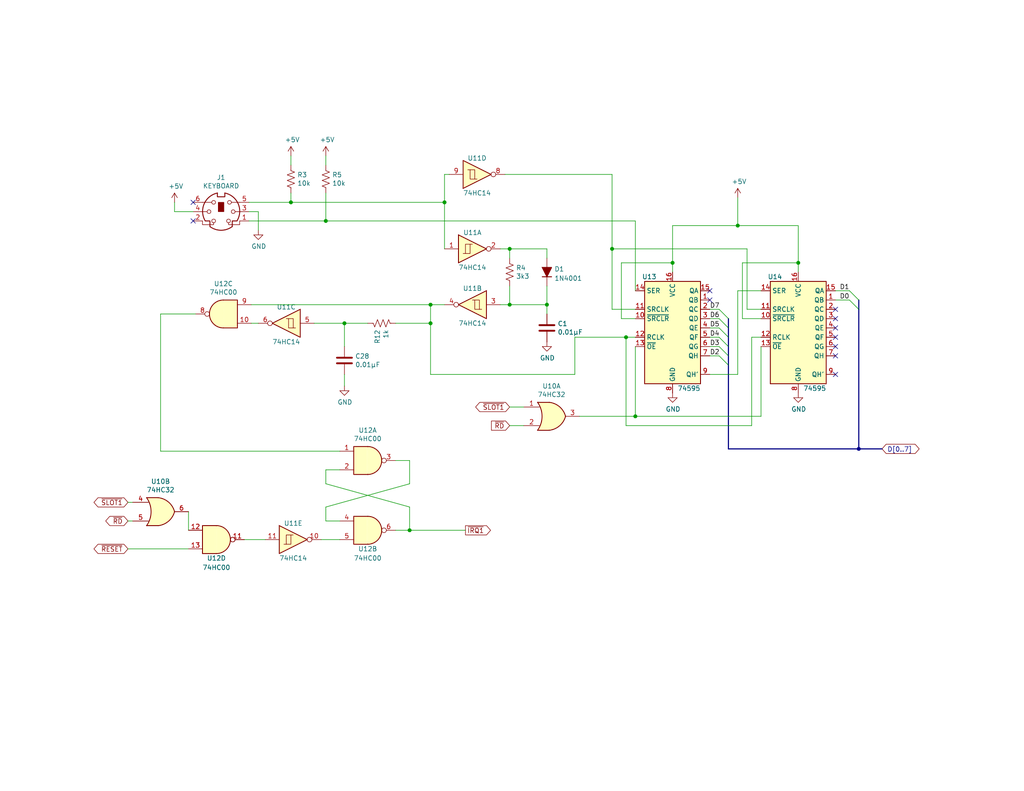
<source format=kicad_sch>
(kicad_sch (version 20230121) (generator eeschema)
  (paper "A")
  (title_block (date "2023-06-06") (rev "C"))
  (lib_symbols
    (symbol "74xx:74LS00" (pin_names (offset 1.016))
      (property "Reference" "U" (at 0 1.27 0))
      (property "Value" "74LS00" (at 0 -1.27 0))
      (symbol "74LS00_1_1"
        (arc (start 0 -3.81) (mid 3.7934 0) (end 0 3.81) (stroke (width 0.254)) (fill (type background)))
        (polyline (pts (xy 0 3.81) (xy -3.81 3.81) (xy -3.81 -3.81) (xy 0 -3.81)) (stroke (width 0.254)) (fill (type background)))
        (pin input line (at -7.62 2.54 0) (length 3.81) (name "~") (number "1"))
        (pin input line (at -7.62 -2.54 0) (length 3.81) (name "~") (number "2"))
        (pin output inverted (at 7.62 0 180) (length 3.81) (name "~") (number "3"))
      )
      (symbol "74LS00_1_2"
        (arc (start -3.81 -3.81) (mid -2.589 0) (end -3.81 3.81) (stroke (width 0.254)))
        (arc (start -0.6096 -3.81) (mid 2.1842 -2.5851) (end 3.81 0) (stroke (width 0.254)) (fill (type background)))
        (polyline (pts (xy -3.81 -3.81) (xy -0.635 -3.81)) (stroke (width 0.254)) (fill (type background)))
        (polyline (pts (xy -3.81 3.81) (xy -0.635 3.81)) (stroke (width 0.254)) (fill (type background)))
        (polyline (pts (xy -0.635 3.81) (xy -3.81 3.81) (xy -3.81 3.81) (xy -3.556 3.4036) (xy -3.0226 2.2606) (xy -2.6924 1.0414) (xy -2.6162 -0.254) (xy -2.7686 -1.4986) (xy -3.175 -2.7178) (xy -3.81 -3.81) (xy -3.81 -3.81) (xy -0.635 -3.81)) (stroke (width -25.4)) (fill (type background)))
        (arc (start 3.81 0) (mid 2.1915 2.5936) (end -0.6096 3.81) (stroke (width 0.254)) (fill (type background)))
        (pin input inverted (at -7.62 2.54 0) (length 4.318) (name "~") (number "1"))
        (pin input inverted (at -7.62 -2.54 0) (length 4.318) (name "~") (number "2"))
        (pin output line (at 7.62 0 180) (length 3.81) (name "~") (number "3"))
      )
      (symbol "74LS00_2_1"
        (arc (start 0 -3.81) (mid 3.7934 0) (end 0 3.81) (stroke (width 0.254)) (fill (type background)))
        (polyline (pts (xy 0 3.81) (xy -3.81 3.81) (xy -3.81 -3.81) (xy 0 -3.81)) (stroke (width 0.254)) (fill (type background)))
        (pin input line (at -7.62 2.54 0) (length 3.81) (name "~") (number "4"))
        (pin input line (at -7.62 -2.54 0) (length 3.81) (name "~") (number "5"))
        (pin output inverted (at 7.62 0 180) (length 3.81) (name "~") (number "6"))
      )
      (symbol "74LS00_2_2"
        (arc (start -3.81 -3.81) (mid -2.589 0) (end -3.81 3.81) (stroke (width 0.254)))
        (arc (start -0.6096 -3.81) (mid 2.1842 -2.5851) (end 3.81 0) (stroke (width 0.254)) (fill (type background)))
        (polyline (pts (xy -3.81 -3.81) (xy -0.635 -3.81)) (stroke (width 0.254)) (fill (type background)))
        (polyline (pts (xy -3.81 3.81) (xy -0.635 3.81)) (stroke (width 0.254)) (fill (type background)))
        (polyline (pts (xy -0.635 3.81) (xy -3.81 3.81) (xy -3.81 3.81) (xy -3.556 3.4036) (xy -3.0226 2.2606) (xy -2.6924 1.0414) (xy -2.6162 -0.254) (xy -2.7686 -1.4986) (xy -3.175 -2.7178) (xy -3.81 -3.81) (xy -3.81 -3.81) (xy -0.635 -3.81)) (stroke (width -25.4)) (fill (type background)))
        (arc (start 3.81 0) (mid 2.1915 2.5936) (end -0.6096 3.81) (stroke (width 0.254)) (fill (type background)))
        (pin input inverted (at -7.62 2.54 0) (length 4.318) (name "~") (number "4"))
        (pin input inverted (at -7.62 -2.54 0) (length 4.318) (name "~") (number "5"))
        (pin output line (at 7.62 0 180) (length 3.81) (name "~") (number "6"))
      )
      (symbol "74LS00_3_1"
        (arc (start 0 -3.81) (mid 3.7934 0) (end 0 3.81) (stroke (width 0.254)) (fill (type background)))
        (polyline (pts (xy 0 3.81) (xy -3.81 3.81) (xy -3.81 -3.81) (xy 0 -3.81)) (stroke (width 0.254)) (fill (type background)))
        (pin input line (at -7.62 -2.54 0) (length 3.81) (name "~") (number "10"))
        (pin output inverted (at 7.62 0 180) (length 3.81) (name "~") (number "8"))
        (pin input line (at -7.62 2.54 0) (length 3.81) (name "~") (number "9"))
      )
      (symbol "74LS00_3_2"
        (arc (start -3.81 -3.81) (mid -2.589 0) (end -3.81 3.81) (stroke (width 0.254)))
        (arc (start -0.6096 -3.81) (mid 2.1842 -2.5851) (end 3.81 0) (stroke (width 0.254)) (fill (type background)))
        (polyline (pts (xy -3.81 -3.81) (xy -0.635 -3.81)) (stroke (width 0.254)) (fill (type background)))
        (polyline (pts (xy -3.81 3.81) (xy -0.635 3.81)) (stroke (width 0.254)) (fill (type background)))
        (polyline (pts (xy -0.635 3.81) (xy -3.81 3.81) (xy -3.81 3.81) (xy -3.556 3.4036) (xy -3.0226 2.2606) (xy -2.6924 1.0414) (xy -2.6162 -0.254) (xy -2.7686 -1.4986) (xy -3.175 -2.7178) (xy -3.81 -3.81) (xy -3.81 -3.81) (xy -0.635 -3.81)) (stroke (width -25.4)) (fill (type background)))
        (arc (start 3.81 0) (mid 2.1915 2.5936) (end -0.6096 3.81) (stroke (width 0.254)) (fill (type background)))
        (pin input inverted (at -7.62 -2.54 0) (length 4.318) (name "~") (number "10"))
        (pin output line (at 7.62 0 180) (length 3.81) (name "~") (number "8"))
        (pin input inverted (at -7.62 2.54 0) (length 4.318) (name "~") (number "9"))
      )
      (symbol "74LS00_4_1"
        (arc (start 0 -3.81) (mid 3.7934 0) (end 0 3.81) (stroke (width 0.254)) (fill (type background)))
        (polyline (pts (xy 0 3.81) (xy -3.81 3.81) (xy -3.81 -3.81) (xy 0 -3.81)) (stroke (width 0.254)) (fill (type background)))
        (pin output inverted (at 7.62 0 180) (length 3.81) (name "~") (number "11"))
        (pin input line (at -7.62 2.54 0) (length 3.81) (name "~") (number "12"))
        (pin input line (at -7.62 -2.54 0) (length 3.81) (name "~") (number "13"))
      )
      (symbol "74LS00_4_2"
        (arc (start -3.81 -3.81) (mid -2.589 0) (end -3.81 3.81) (stroke (width 0.254)))
        (arc (start -0.6096 -3.81) (mid 2.1842 -2.5851) (end 3.81 0) (stroke (width 0.254)) (fill (type background)))
        (polyline (pts (xy -3.81 -3.81) (xy -0.635 -3.81)) (stroke (width 0.254)) (fill (type background)))
        (polyline (pts (xy -3.81 3.81) (xy -0.635 3.81)) (stroke (width 0.254)) (fill (type background)))
        (polyline (pts (xy -0.635 3.81) (xy -3.81 3.81) (xy -3.81 3.81) (xy -3.556 3.4036) (xy -3.0226 2.2606) (xy -2.6924 1.0414) (xy -2.6162 -0.254) (xy -2.7686 -1.4986) (xy -3.175 -2.7178) (xy -3.81 -3.81) (xy -3.81 -3.81) (xy -0.635 -3.81)) (stroke (width -25.4)) (fill (type background)))
        (arc (start 3.81 0) (mid 2.1915 2.5936) (end -0.6096 3.81) (stroke (width 0.254)) (fill (type background)))
        (pin output line (at 7.62 0 180) (length 3.81) (name "~") (number "11"))
        (pin input inverted (at -7.62 2.54 0) (length 4.318) (name "~") (number "12"))
        (pin input inverted (at -7.62 -2.54 0) (length 4.318) (name "~") (number "13"))
      )
      (symbol "74LS00_5_0"
        (pin power_in line (at 0 12.7 270) (length 5.08) (name "VCC") (number "14"))
        (pin power_in line (at 0 -12.7 90) (length 5.08) (name "GND") (number "7"))
      )
      (symbol "74LS00_5_1"
        (rectangle (start -5.08 7.62) (end 5.08 -7.62) (stroke (width 0.254)) (fill (type background)))
      )
    )
    (symbol "74xx:74LS14" (pin_names (offset 1.016))
      (property "Reference" "U" (at 0 1.27 0))
      (property "Value" "74LS14" (at 0 -1.27 0))
      (symbol "74LS14_1_0"
        (polyline (pts (xy -3.81 3.81) (xy -3.81 -3.81) (xy 3.81 0) (xy -3.81 3.81)) (stroke (width 0.254)) (fill (type background)))
        (pin input line (at -7.62 0 0) (length 3.81) (name "~") (number "1"))
        (pin output inverted (at 7.62 0 180) (length 3.81) (name "~") (number "2"))
      )
      (symbol "74LS14_1_1"
        (polyline (pts (xy -1.905 -1.27) (xy -1.905 1.27) (xy -0.635 1.27)))
        (polyline (pts (xy -2.54 -1.27) (xy -0.635 -1.27) (xy -0.635 1.27) (xy 0 1.27)))
      )
      (symbol "74LS14_2_0"
        (polyline (pts (xy -3.81 3.81) (xy -3.81 -3.81) (xy 3.81 0) (xy -3.81 3.81)) (stroke (width 0.254)) (fill (type background)))
        (pin input line (at -7.62 0 0) (length 3.81) (name "~") (number "3"))
        (pin output inverted (at 7.62 0 180) (length 3.81) (name "~") (number "4"))
      )
      (symbol "74LS14_2_1"
        (polyline (pts (xy -1.905 -1.27) (xy -1.905 1.27) (xy -0.635 1.27)))
        (polyline (pts (xy -2.54 -1.27) (xy -0.635 -1.27) (xy -0.635 1.27) (xy 0 1.27)))
      )
      (symbol "74LS14_3_0"
        (polyline (pts (xy -3.81 3.81) (xy -3.81 -3.81) (xy 3.81 0) (xy -3.81 3.81)) (stroke (width 0.254)) (fill (type background)))
        (pin input line (at -7.62 0 0) (length 3.81) (name "~") (number "5"))
        (pin output inverted (at 7.62 0 180) (length 3.81) (name "~") (number "6"))
      )
      (symbol "74LS14_3_1"
        (polyline (pts (xy -1.905 -1.27) (xy -1.905 1.27) (xy -0.635 1.27)))
        (polyline (pts (xy -2.54 -1.27) (xy -0.635 -1.27) (xy -0.635 1.27) (xy 0 1.27)))
      )
      (symbol "74LS14_4_0"
        (polyline (pts (xy -3.81 3.81) (xy -3.81 -3.81) (xy 3.81 0) (xy -3.81 3.81)) (stroke (width 0.254)) (fill (type background)))
        (pin output inverted (at 7.62 0 180) (length 3.81) (name "~") (number "8"))
        (pin input line (at -7.62 0 0) (length 3.81) (name "~") (number "9"))
      )
      (symbol "74LS14_4_1"
        (polyline (pts (xy -1.905 -1.27) (xy -1.905 1.27) (xy -0.635 1.27)))
        (polyline (pts (xy -2.54 -1.27) (xy -0.635 -1.27) (xy -0.635 1.27) (xy 0 1.27)))
      )
      (symbol "74LS14_5_0"
        (polyline (pts (xy -3.81 3.81) (xy -3.81 -3.81) (xy 3.81 0) (xy -3.81 3.81)) (stroke (width 0.254)) (fill (type background)))
        (pin output inverted (at 7.62 0 180) (length 3.81) (name "~") (number "10"))
        (pin input line (at -7.62 0 0) (length 3.81) (name "~") (number "11"))
      )
      (symbol "74LS14_5_1"
        (polyline (pts (xy -1.905 -1.27) (xy -1.905 1.27) (xy -0.635 1.27)))
        (polyline (pts (xy -2.54 -1.27) (xy -0.635 -1.27) (xy -0.635 1.27) (xy 0 1.27)))
      )
      (symbol "74LS14_6_0"
        (polyline (pts (xy -3.81 3.81) (xy -3.81 -3.81) (xy 3.81 0) (xy -3.81 3.81)) (stroke (width 0.254)) (fill (type background)))
        (pin output inverted (at 7.62 0 180) (length 3.81) (name "~") (number "12"))
        (pin input line (at -7.62 0 0) (length 3.81) (name "~") (number "13"))
      )
      (symbol "74LS14_6_1"
        (polyline (pts (xy -1.905 -1.27) (xy -1.905 1.27) (xy -0.635 1.27)))
        (polyline (pts (xy -2.54 -1.27) (xy -0.635 -1.27) (xy -0.635 1.27) (xy 0 1.27)))
      )
      (symbol "74LS14_7_0"
        (pin power_in line (at 0 12.7 270) (length 5.08) (name "VCC") (number "14"))
        (pin power_in line (at 0 -12.7 90) (length 5.08) (name "GND") (number "7"))
      )
      (symbol "74LS14_7_1"
        (rectangle (start -5.08 7.62) (end 5.08 -7.62) (stroke (width 0.254)) (fill (type background)))
      )
    )
    (symbol "74xx:74LS32" (pin_names (offset 1.016))
      (property "Reference" "U" (at 0 1.27 0))
      (property "Value" "74LS32" (at 0 -1.27 0))
      (symbol "74LS32_1_1"
        (arc (start -3.81 -3.81) (mid -2.589 0) (end -3.81 3.81) (stroke (width 0.254)))
        (arc (start -0.6096 -3.81) (mid 2.1842 -2.5851) (end 3.81 0) (stroke (width 0.254)) (fill (type background)))
        (polyline (pts (xy -3.81 -3.81) (xy -0.635 -3.81)) (stroke (width 0.254)) (fill (type background)))
        (polyline (pts (xy -3.81 3.81) (xy -0.635 3.81)) (stroke (width 0.254)) (fill (type background)))
        (polyline (pts (xy -0.635 3.81) (xy -3.81 3.81) (xy -3.81 3.81) (xy -3.556 3.4036) (xy -3.0226 2.2606) (xy -2.6924 1.0414) (xy -2.6162 -0.254) (xy -2.7686 -1.4986) (xy -3.175 -2.7178) (xy -3.81 -3.81) (xy -3.81 -3.81) (xy -0.635 -3.81)) (stroke (width -25.4)) (fill (type background)))
        (arc (start 3.81 0) (mid 2.1915 2.5936) (end -0.6096 3.81) (stroke (width 0.254)) (fill (type background)))
        (pin input line (at -7.62 2.54 0) (length 4.318) (name "~") (number "1"))
        (pin input line (at -7.62 -2.54 0) (length 4.318) (name "~") (number "2"))
        (pin output line (at 7.62 0 180) (length 3.81) (name "~") (number "3"))
      )
      (symbol "74LS32_1_2"
        (arc (start 0 -3.81) (mid 3.7934 0) (end 0 3.81) (stroke (width 0.254)) (fill (type background)))
        (polyline (pts (xy 0 3.81) (xy -3.81 3.81) (xy -3.81 -3.81) (xy 0 -3.81)) (stroke (width 0.254)) (fill (type background)))
        (pin input inverted (at -7.62 2.54 0) (length 3.81) (name "~") (number "1"))
        (pin input inverted (at -7.62 -2.54 0) (length 3.81) (name "~") (number "2"))
        (pin output inverted (at 7.62 0 180) (length 3.81) (name "~") (number "3"))
      )
      (symbol "74LS32_2_1"
        (arc (start -3.81 -3.81) (mid -2.589 0) (end -3.81 3.81) (stroke (width 0.254)))
        (arc (start -0.6096 -3.81) (mid 2.1842 -2.5851) (end 3.81 0) (stroke (width 0.254)) (fill (type background)))
        (polyline (pts (xy -3.81 -3.81) (xy -0.635 -3.81)) (stroke (width 0.254)) (fill (type background)))
        (polyline (pts (xy -3.81 3.81) (xy -0.635 3.81)) (stroke (width 0.254)) (fill (type background)))
        (polyline (pts (xy -0.635 3.81) (xy -3.81 3.81) (xy -3.81 3.81) (xy -3.556 3.4036) (xy -3.0226 2.2606) (xy -2.6924 1.0414) (xy -2.6162 -0.254) (xy -2.7686 -1.4986) (xy -3.175 -2.7178) (xy -3.81 -3.81) (xy -3.81 -3.81) (xy -0.635 -3.81)) (stroke (width -25.4)) (fill (type background)))
        (arc (start 3.81 0) (mid 2.1915 2.5936) (end -0.6096 3.81) (stroke (width 0.254)) (fill (type background)))
        (pin input line (at -7.62 2.54 0) (length 4.318) (name "~") (number "4"))
        (pin input line (at -7.62 -2.54 0) (length 4.318) (name "~") (number "5"))
        (pin output line (at 7.62 0 180) (length 3.81) (name "~") (number "6"))
      )
      (symbol "74LS32_2_2"
        (arc (start 0 -3.81) (mid 3.7934 0) (end 0 3.81) (stroke (width 0.254)) (fill (type background)))
        (polyline (pts (xy 0 3.81) (xy -3.81 3.81) (xy -3.81 -3.81) (xy 0 -3.81)) (stroke (width 0.254)) (fill (type background)))
        (pin input inverted (at -7.62 2.54 0) (length 3.81) (name "~") (number "4"))
        (pin input inverted (at -7.62 -2.54 0) (length 3.81) (name "~") (number "5"))
        (pin output inverted (at 7.62 0 180) (length 3.81) (name "~") (number "6"))
      )
      (symbol "74LS32_3_1"
        (arc (start -3.81 -3.81) (mid -2.589 0) (end -3.81 3.81) (stroke (width 0.254)))
        (arc (start -0.6096 -3.81) (mid 2.1842 -2.5851) (end 3.81 0) (stroke (width 0.254)) (fill (type background)))
        (polyline (pts (xy -3.81 -3.81) (xy -0.635 -3.81)) (stroke (width 0.254)) (fill (type background)))
        (polyline (pts (xy -3.81 3.81) (xy -0.635 3.81)) (stroke (width 0.254)) (fill (type background)))
        (polyline (pts (xy -0.635 3.81) (xy -3.81 3.81) (xy -3.81 3.81) (xy -3.556 3.4036) (xy -3.0226 2.2606) (xy -2.6924 1.0414) (xy -2.6162 -0.254) (xy -2.7686 -1.4986) (xy -3.175 -2.7178) (xy -3.81 -3.81) (xy -3.81 -3.81) (xy -0.635 -3.81)) (stroke (width -25.4)) (fill (type background)))
        (arc (start 3.81 0) (mid 2.1915 2.5936) (end -0.6096 3.81) (stroke (width 0.254)) (fill (type background)))
        (pin input line (at -7.62 -2.54 0) (length 4.318) (name "~") (number "10"))
        (pin output line (at 7.62 0 180) (length 3.81) (name "~") (number "8"))
        (pin input line (at -7.62 2.54 0) (length 4.318) (name "~") (number "9"))
      )
      (symbol "74LS32_3_2"
        (arc (start 0 -3.81) (mid 3.7934 0) (end 0 3.81) (stroke (width 0.254)) (fill (type background)))
        (polyline (pts (xy 0 3.81) (xy -3.81 3.81) (xy -3.81 -3.81) (xy 0 -3.81)) (stroke (width 0.254)) (fill (type background)))
        (pin input inverted (at -7.62 -2.54 0) (length 3.81) (name "~") (number "10"))
        (pin output inverted (at 7.62 0 180) (length 3.81) (name "~") (number "8"))
        (pin input inverted (at -7.62 2.54 0) (length 3.81) (name "~") (number "9"))
      )
      (symbol "74LS32_4_1"
        (arc (start -3.81 -3.81) (mid -2.589 0) (end -3.81 3.81) (stroke (width 0.254)))
        (arc (start -0.6096 -3.81) (mid 2.1842 -2.5851) (end 3.81 0) (stroke (width 0.254)) (fill (type background)))
        (polyline (pts (xy -3.81 -3.81) (xy -0.635 -3.81)) (stroke (width 0.254)) (fill (type background)))
        (polyline (pts (xy -3.81 3.81) (xy -0.635 3.81)) (stroke (width 0.254)) (fill (type background)))
        (polyline (pts (xy -0.635 3.81) (xy -3.81 3.81) (xy -3.81 3.81) (xy -3.556 3.4036) (xy -3.0226 2.2606) (xy -2.6924 1.0414) (xy -2.6162 -0.254) (xy -2.7686 -1.4986) (xy -3.175 -2.7178) (xy -3.81 -3.81) (xy -3.81 -3.81) (xy -0.635 -3.81)) (stroke (width -25.4)) (fill (type background)))
        (arc (start 3.81 0) (mid 2.1915 2.5936) (end -0.6096 3.81) (stroke (width 0.254)) (fill (type background)))
        (pin output line (at 7.62 0 180) (length 3.81) (name "~") (number "11"))
        (pin input line (at -7.62 2.54 0) (length 4.318) (name "~") (number "12"))
        (pin input line (at -7.62 -2.54 0) (length 4.318) (name "~") (number "13"))
      )
      (symbol "74LS32_4_2"
        (arc (start 0 -3.81) (mid 3.7934 0) (end 0 3.81) (stroke (width 0.254)) (fill (type background)))
        (polyline (pts (xy 0 3.81) (xy -3.81 3.81) (xy -3.81 -3.81) (xy 0 -3.81)) (stroke (width 0.254)) (fill (type background)))
        (pin output inverted (at 7.62 0 180) (length 3.81) (name "~") (number "11"))
        (pin input inverted (at -7.62 2.54 0) (length 3.81) (name "~") (number "12"))
        (pin input inverted (at -7.62 -2.54 0) (length 3.81) (name "~") (number "13"))
      )
      (symbol "74LS32_5_0"
        (pin power_in line (at 0 12.7 270) (length 5.08) (name "VCC") (number "14"))
        (pin power_in line (at 0 -12.7 90) (length 5.08) (name "GND") (number "7"))
      )
      (symbol "74LS32_5_1"
        (rectangle (start -5.08 7.62) (end 5.08 -7.62) (stroke (width 0.254)) (fill (type background)))
      )
    )
    (symbol "74xx:74LS595"
      (property "Reference" "U" (at -7.62 13.97 0))
      (property "Value" "74LS595" (at -7.62 -16.51 0))
      (symbol "74LS595_1_0"
        (pin tri_state line (at 10.16 7.62 180) (length 2.54) (name "QB") (number "1"))
        (pin input line (at -10.16 2.54 0) (length 2.54) (name "~{SRCLR}") (number "10"))
        (pin input line (at -10.16 5.08 0) (length 2.54) (name "SRCLK") (number "11"))
        (pin input line (at -10.16 -2.54 0) (length 2.54) (name "RCLK") (number "12"))
        (pin input line (at -10.16 -5.08 0) (length 2.54) (name "~{OE}") (number "13"))
        (pin input line (at -10.16 10.16 0) (length 2.54) (name "SER") (number "14"))
        (pin tri_state line (at 10.16 10.16 180) (length 2.54) (name "QA") (number "15"))
        (pin power_in line (at 0 15.24 270) (length 2.54) (name "VCC") (number "16"))
        (pin tri_state line (at 10.16 5.08 180) (length 2.54) (name "QC") (number "2"))
        (pin tri_state line (at 10.16 2.54 180) (length 2.54) (name "QD") (number "3"))
        (pin tri_state line (at 10.16 0 180) (length 2.54) (name "QE") (number "4"))
        (pin tri_state line (at 10.16 -2.54 180) (length 2.54) (name "QF") (number "5"))
        (pin tri_state line (at 10.16 -5.08 180) (length 2.54) (name "QG") (number "6"))
        (pin tri_state line (at 10.16 -7.62 180) (length 2.54) (name "QH") (number "7"))
        (pin power_in line (at 0 -17.78 90) (length 2.54) (name "GND") (number "8"))
        (pin output line (at 10.16 -12.7 180) (length 2.54) (name "QH'") (number "9"))
      )
      (symbol "74LS595_1_1"
        (rectangle (start -7.62 12.7) (end 7.62 -15.24) (stroke (width 0.254)) (fill (type background)))
      )
    )
    (symbol "Connector:Mini-DIN-6" (pin_names (offset 1.016))
      (property "Reference" "J" (at 0 6.35 0))
      (property "Value" "Mini-DIN-6" (at 0 -6.35 0))
      (symbol "Mini-DIN-6_0_1"
        (circle (center -3.302 0) (radius 0.508))
        (arc (start -3.048 -4.064) (mid 0 -5.08) (end 3.048 -4.064) (stroke (width 0.254)))
        (circle (center -2.032 -2.54) (radius 0.508))
        (circle (center -2.032 2.54) (radius 0.508))
        (arc (start -1.016 5.08) (mid -4.6228 2.1214) (end -4.318 -2.54) (stroke (width 0.254)))
        (rectangle (start -0.762 2.54) (end 0.762 0) (fill (type outline)))
        (polyline (pts (xy -3.81 0) (xy -5.08 0)))
        (polyline (pts (xy -2.54 2.54) (xy -5.08 2.54)))
        (polyline (pts (xy 2.794 2.54) (xy 5.08 2.54)))
        (polyline (pts (xy 5.08 0) (xy 3.81 0)))
        (polyline (pts (xy -4.318 -2.54) (xy -3.048 -2.54) (xy -3.048 -4.064)) (stroke (width 0.254)))
        (polyline (pts (xy 4.318 -2.54) (xy 3.048 -2.54) (xy 3.048 -4.064)) (stroke (width 0.254)))
        (polyline (pts (xy -2.032 -3.048) (xy -2.032 -3.556) (xy -5.08 -3.556) (xy -5.08 -2.54)))
        (polyline (pts (xy -1.016 5.08) (xy -1.016 4.064) (xy 1.016 4.064) (xy 1.016 5.08)) (stroke (width 0.254)))
        (polyline (pts (xy 2.032 -3.048) (xy 2.032 -3.556) (xy 5.08 -3.556) (xy 5.08 -2.54)))
        (circle (center 2.032 -2.54) (radius 0.508))
        (circle (center 2.286 2.54) (radius 0.508))
        (circle (center 3.302 0) (radius 0.508))
        (arc (start 4.318 -2.54) (mid 4.6661 2.1322) (end 1.016 5.08) (stroke (width 0.254)))
      )
      (symbol "Mini-DIN-6_1_1"
        (pin passive line (at 7.62 -2.54 180) (length 2.54) (name "~") (number "1"))
        (pin passive line (at -7.62 -2.54 0) (length 2.54) (name "~") (number "2"))
        (pin passive line (at 7.62 0 180) (length 2.54) (name "~") (number "3"))
        (pin passive line (at -7.62 0 0) (length 2.54) (name "~") (number "4"))
        (pin passive line (at 7.62 2.54 180) (length 2.54) (name "~") (number "5"))
        (pin passive line (at -7.62 2.54 0) (length 2.54) (name "~") (number "6"))
      )
    )
    (symbol "Device:C" (pin_numbers hide) (pin_names (offset 0.254))
      (property "Reference" "C" (at 0.635 2.54 0))
      (property "Value" "C" (at 0.635 -2.54 0))
      (symbol "C_0_1"
        (polyline (pts (xy -2.032 -0.762) (xy 2.032 -0.762)) (stroke (width 0.508)))
        (polyline (pts (xy -2.032 0.762) (xy 2.032 0.762)) (stroke (width 0.508)))
      )
      (symbol "C_1_1"
        (pin passive line (at 0 3.81 270) (length 2.794) (name "~") (number "1"))
        (pin passive line (at 0 -3.81 90) (length 2.794) (name "~") (number "2"))
      )
    )
    (symbol "Device:D_Filled" (pin_numbers hide) (pin_names (offset 1.016) hide)
      (property "Reference" "D" (at 0 2.54 0))
      (property "Value" "D_Filled" (at 0 -2.54 0))
      (symbol "D_Filled_0_1"
        (polyline (pts (xy -1.27 1.27) (xy -1.27 -1.27)) (stroke (width 0.254)))
        (polyline (pts (xy 1.27 0) (xy -1.27 0)))
        (polyline (pts (xy 1.27 1.27) (xy 1.27 -1.27) (xy -1.27 0) (xy 1.27 1.27)) (stroke (width 0.254)) (fill (type outline)))
      )
      (symbol "D_Filled_1_1"
        (pin passive line (at -3.81 0 0) (length 2.54) (name "K") (number "1"))
        (pin passive line (at 3.81 0 180) (length 2.54) (name "A") (number "2"))
      )
    )
    (symbol "Device:R_US" (pin_numbers hide) (pin_names (offset 0))
      (property "Reference" "R" (at 2.54 0 90))
      (property "Value" "R_US" (at -2.54 0 90))
      (symbol "R_US_0_1"
        (polyline (pts (xy 0 -2.286) (xy 0 -2.54)))
        (polyline (pts (xy 0 2.286) (xy 0 2.54)))
        (polyline (pts (xy 0 -0.762) (xy 1.016 -1.143) (xy 0 -1.524) (xy -1.016 -1.905) (xy 0 -2.286)))
        (polyline (pts (xy 0 0.762) (xy 1.016 0.381) (xy 0 0) (xy -1.016 -0.381) (xy 0 -0.762)))
        (polyline (pts (xy 0 2.286) (xy 1.016 1.905) (xy 0 1.524) (xy -1.016 1.143) (xy 0 0.762)))
      )
      (symbol "R_US_1_1"
        (pin passive line (at 0 3.81 270) (length 1.27) (name "~") (number "1"))
        (pin passive line (at 0 -3.81 90) (length 1.27) (name "~") (number "2"))
      )
    )
    (symbol "power:+5V" (power) (pin_names (offset 0))
      (property "Value" "+5V" (at 0 3.556 0))
      (symbol "+5V_0_1"
        (polyline (pts (xy -0.762 1.27) (xy 0 2.54)))
        (polyline (pts (xy 0 0) (xy 0 2.54)))
        (polyline (pts (xy 0 2.54) (xy 0.762 1.27)))
      )
      (symbol "+5V_1_1"
        (pin power_in line (at 0 0 90) (length 0) hide (name "+5V") (number "1"))
      )
    )
    (symbol "power:GND" (power) (pin_names (offset 0))
      (property "Value" "GND" (at 0 -3.81 0))
      (symbol "GND_0_1"
        (polyline (pts (xy 0 0) (xy 0 -1.27) (xy 1.27 -1.27) (xy 0 -2.54) (xy -1.27 -1.27) (xy 0 -1.27)))
      )
      (symbol "GND_1_1"
        (pin power_in line (at 0 0 270) (length 0) hide (name "GND") (number "1"))
      )
    )
  )
  (junction (at 79.375 55.245))
  (junction (at 183.515 71.755))
  (junction (at 121.285 55.245))
  (junction (at 167.005 67.945))
  (junction (at 88.9 60.325))
  (junction (at 117.475 83.185))
  (junction (at 117.475 88.265))
  (junction (at 170.815 92.075))
  (junction (at 93.98 88.265))
  (junction (at 201.295 61.595))
  (junction (at 149.225 83.185))
  (junction (at 217.805 71.755))
  (junction (at 234.315 122.555))
  (junction (at 139.065 83.185))
  (junction (at 173.355 113.665))
  (junction (at 111.76 144.78))
  (junction (at 139.065 67.945))
  (no_connect (at 227.965 102.235))
  (no_connect (at 227.965 89.535))
  (no_connect (at 227.965 92.075))
  (no_connect (at 227.965 84.455))
  (no_connect (at 193.675 81.915))
  (no_connect (at 227.965 86.995))
  (no_connect (at 227.965 97.155))
  (no_connect (at 193.675 79.375))
  (no_connect (at 52.705 55.245))
  (no_connect (at 227.965 94.615))
  (no_connect (at 52.705 60.325))
  (bus_entry (at 196.215 97.155) (size 2.54 2.54))
  (bus_entry (at 196.215 92.075) (size 2.54 2.54))
  (bus_entry (at 196.215 94.615) (size 2.54 2.54))
  (bus_entry (at 196.215 84.455) (size 2.54 2.54))
  (bus_entry (at 196.215 86.995) (size 2.54 2.54))
  (bus_entry (at 196.215 89.535) (size 2.54 2.54))
  (bus_entry (at 231.775 79.375) (size 2.54 2.54))
  (bus_entry (at 231.775 81.915) (size 2.54 2.54))
  (wire (pts (xy 170.815 116.205) (xy 205.105 116.205)))
  (wire (pts (xy 156.845 92.075) (xy 170.815 92.075)))
  (wire (pts (xy 193.675 92.075) (xy 196.215 92.075)))
  (wire (pts (xy 34.925 137.16) (xy 36.195 137.16)))
  (wire (pts (xy 139.065 83.185) (xy 136.525 83.185)))
  (wire (pts (xy 107.95 125.73) (xy 111.76 125.73)))
  (wire (pts (xy 149.225 83.185) (xy 149.225 85.725)))
  (wire (pts (xy 156.845 102.235) (xy 156.845 92.075)))
  (wire (pts (xy 193.675 84.455) (xy 196.215 84.455)))
  (wire (pts (xy 107.95 88.265) (xy 117.475 88.265)))
  (wire (pts (xy 47.625 57.785) (xy 47.625 55.245)))
  (wire (pts (xy 167.005 47.625) (xy 167.005 67.945)))
  (wire (pts (xy 193.675 97.155) (xy 196.215 97.155)))
  (wire (pts (xy 93.98 88.265) (xy 93.98 94.615)))
  (bus (pts (xy 198.755 122.555) (xy 234.315 122.555)))
  (bus (pts (xy 198.755 97.155) (xy 198.755 99.695)))
  (bus (pts (xy 198.755 92.075) (xy 198.755 94.615)))
  (wire (pts (xy 201.295 61.595) (xy 201.295 53.975)))
  (wire (pts (xy 173.355 84.455) (xy 167.005 84.455)))
  (wire (pts (xy 79.375 52.705) (xy 79.375 55.245)))
  (wire (pts (xy 121.285 55.245) (xy 79.375 55.245)))
  (wire (pts (xy 88.9 142.24) (xy 88.9 138.43)))
  (wire (pts (xy 170.815 92.075) (xy 173.355 92.075)))
  (wire (pts (xy 217.805 61.595) (xy 217.805 71.755)))
  (wire (pts (xy 173.355 113.665) (xy 158.115 113.665)))
  (wire (pts (xy 203.835 84.455) (xy 207.645 84.455)))
  (wire (pts (xy 207.645 94.615) (xy 207.645 113.665)))
  (wire (pts (xy 111.76 132.08) (xy 88.9 138.43)))
  (wire (pts (xy 79.375 55.245) (xy 67.945 55.245)))
  (wire (pts (xy 117.475 83.185) (xy 117.475 88.265)))
  (wire (pts (xy 121.285 55.245) (xy 121.285 47.625)))
  (wire (pts (xy 66.675 147.32) (xy 72.39 147.32)))
  (wire (pts (xy 193.675 94.615) (xy 196.215 94.615)))
  (wire (pts (xy 227.965 81.915) (xy 231.775 81.915)))
  (wire (pts (xy 87.63 147.32) (xy 92.71 147.32)))
  (wire (pts (xy 167.005 84.455) (xy 167.005 67.945)))
  (bus (pts (xy 198.755 86.995) (xy 198.755 89.535)))
  (wire (pts (xy 139.065 116.205) (xy 142.875 116.205)))
  (wire (pts (xy 93.98 105.41) (xy 93.98 102.235)))
  (wire (pts (xy 111.76 138.43) (xy 111.76 144.78)))
  (wire (pts (xy 207.645 86.995) (xy 202.565 86.995)))
  (bus (pts (xy 198.755 94.615) (xy 198.755 97.155)))
  (wire (pts (xy 183.515 74.295) (xy 183.515 71.755)))
  (wire (pts (xy 217.805 71.755) (xy 217.805 74.295)))
  (wire (pts (xy 173.355 86.995) (xy 169.545 86.995)))
  (wire (pts (xy 67.945 57.785) (xy 70.485 57.785)))
  (wire (pts (xy 173.355 60.325) (xy 173.355 79.375)))
  (wire (pts (xy 205.105 116.205) (xy 205.105 92.075)))
  (wire (pts (xy 34.925 142.24) (xy 36.195 142.24)))
  (wire (pts (xy 68.58 88.265) (xy 70.485 88.265)))
  (wire (pts (xy 149.225 83.185) (xy 139.065 83.185)))
  (wire (pts (xy 67.945 60.325) (xy 88.9 60.325)))
  (wire (pts (xy 70.485 57.785) (xy 70.485 62.865)))
  (wire (pts (xy 121.285 67.945) (xy 121.285 55.245)))
  (wire (pts (xy 193.675 102.235) (xy 201.295 102.235)))
  (wire (pts (xy 51.435 139.7) (xy 51.435 144.78)))
  (wire (pts (xy 85.725 88.265) (xy 93.98 88.265)))
  (wire (pts (xy 111.76 125.73) (xy 111.76 132.08)))
  (wire (pts (xy 139.065 67.945) (xy 149.225 67.945)))
  (wire (pts (xy 203.835 67.945) (xy 203.835 84.455)))
  (bus (pts (xy 198.755 99.695) (xy 198.755 122.555)))
  (wire (pts (xy 205.105 92.075) (xy 207.645 92.075)))
  (wire (pts (xy 43.815 123.19) (xy 92.71 123.19)))
  (wire (pts (xy 121.285 47.625) (xy 122.555 47.625)))
  (wire (pts (xy 193.675 89.535) (xy 196.215 89.535)))
  (wire (pts (xy 201.295 61.595) (xy 217.805 61.595)))
  (bus (pts (xy 234.315 81.915) (xy 234.315 84.455)))
  (wire (pts (xy 202.565 86.995) (xy 202.565 71.755)))
  (wire (pts (xy 93.98 88.265) (xy 100.33 88.265)))
  (wire (pts (xy 183.515 71.755) (xy 183.515 61.595)))
  (wire (pts (xy 111.76 144.78) (xy 127 144.78)))
  (wire (pts (xy 202.565 71.755) (xy 217.805 71.755)))
  (wire (pts (xy 43.815 85.725) (xy 43.815 123.19)))
  (wire (pts (xy 139.065 67.945) (xy 139.065 70.485)))
  (bus (pts (xy 234.315 84.455) (xy 234.315 122.555)))
  (wire (pts (xy 139.065 67.945) (xy 136.525 67.945)))
  (wire (pts (xy 169.545 86.995) (xy 169.545 71.755)))
  (wire (pts (xy 201.295 79.375) (xy 207.645 79.375)))
  (wire (pts (xy 227.965 79.375) (xy 231.775 79.375)))
  (wire (pts (xy 88.9 128.27) (xy 88.9 132.08)))
  (wire (pts (xy 183.515 61.595) (xy 201.295 61.595)))
  (wire (pts (xy 139.065 78.105) (xy 139.065 83.185)))
  (wire (pts (xy 79.375 42.545) (xy 79.375 45.085)))
  (wire (pts (xy 92.71 128.27) (xy 88.9 128.27)))
  (wire (pts (xy 169.545 71.755) (xy 183.515 71.755)))
  (wire (pts (xy 107.95 144.78) (xy 111.76 144.78)))
  (wire (pts (xy 88.9 42.545) (xy 88.9 45.085)))
  (wire (pts (xy 117.475 83.185) (xy 121.285 83.185)))
  (wire (pts (xy 88.9 132.08) (xy 111.76 138.43)))
  (wire (pts (xy 207.645 113.665) (xy 173.355 113.665)))
  (wire (pts (xy 117.475 102.235) (xy 156.845 102.235)))
  (wire (pts (xy 137.795 47.625) (xy 167.005 47.625)))
  (wire (pts (xy 43.815 85.725) (xy 53.34 85.725)))
  (wire (pts (xy 139.065 111.125) (xy 142.875 111.125)))
  (wire (pts (xy 193.675 86.995) (xy 196.215 86.995)))
  (wire (pts (xy 201.295 79.375) (xy 201.295 102.235)))
  (wire (pts (xy 117.475 88.265) (xy 117.475 102.235)))
  (bus (pts (xy 234.315 122.555) (xy 240.665 122.555)))
  (wire (pts (xy 170.815 92.075) (xy 170.815 116.205)))
  (wire (pts (xy 149.225 67.945) (xy 149.225 70.485)))
  (wire (pts (xy 88.9 60.325) (xy 173.355 60.325)))
  (wire (pts (xy 92.71 142.24) (xy 88.9 142.24)))
  (bus (pts (xy 198.755 89.535) (xy 198.755 92.075)))
  (wire (pts (xy 88.9 52.705) (xy 88.9 60.325)))
  (wire (pts (xy 34.925 149.86) (xy 51.435 149.86)))
  (wire (pts (xy 173.355 94.615) (xy 173.355 113.665)))
  (wire (pts (xy 167.005 67.945) (xy 203.835 67.945)))
  (wire (pts (xy 68.58 83.185) (xy 117.475 83.185)))
  (wire (pts (xy 52.705 57.785) (xy 47.625 57.785)))
  (wire (pts (xy 149.225 78.105) (xy 149.225 83.185)))
  (label "D7" (at 193.675 84.455 0))
  (label "D0" (at 231.775 81.915 180))
  (label "D6" (at 193.675 86.995 0))
  (label "D1" (at 231.775 79.375 180))
  (label "D2" (at 193.675 97.155 0))
  (label "D3" (at 193.675 94.615 0))
  (label "D4" (at 193.675 92.075 0))
  (label "D5" (at 193.675 89.535 0))
  (global_label "~{RD}" (shape bidirectional) (at 34.925 142.24 180) (property "Intersheetrefs" "${INTERSHEET_REFS}" (effects hide)))
  (global_label "~{SLOT1}" (shape bidirectional) (at 139.065 111.125 180) (property "Intersheetrefs" "${INTERSHEET_REFS}" (effects hide)))
  (global_label "~{RESET}" (shape bidirectional) (at 34.925 149.86 180) (property "Intersheetrefs" "${INTERSHEET_REFS}" (effects hide)))
  (global_label "~{IRQ1}" (shape output) (at 127 144.78 0) (property "Intersheetrefs" "${INTERSHEET_REFS}" (effects hide)))
  (global_label "~{RD}" (shape input) (at 139.065 116.205 180) (property "Intersheetrefs" "${INTERSHEET_REFS}" (effects hide)))
  (global_label "~{SLOT1}" (shape bidirectional) (at 34.925 137.16 180) (property "Intersheetrefs" "${INTERSHEET_REFS}" (effects hide)))
  (global_label "D[0..7]" (shape bidirectional) (at 240.665 122.555 0) (property "Intersheetrefs" "${INTERSHEET_REFS}" (effects hide)))
  (symbol (lib_id "74xx:74LS595") (at 217.805 89.535 0) (unit 1)
    (property "Reference" "U14" (at 211.455 75.565 0))
    (property "Value" "74595" (at 225.425 106.045 0) (effects (justify right)))
    (property "Footprint" "Package_DIP:DIP-16_W7.62mm_LongPads" (effects hide))
    (property "Datasheet" "http://www.ti.com/lit/gpn/sn74ls595" (effects hide))
  )
  (symbol (lib_id "74xx:74LS595") (at 183.515 89.535 0) (unit 1)
    (property "Reference" "U13" (at 177.165 75.565 0))
    (property "Value" "74595" (at 191.135 106.045 0) (effects (justify right)))
    (property "Footprint" "Package_DIP:DIP-16_W7.62mm_LongPads" (effects hide))
    (property "Datasheet" "http://www.ti.com/lit/gpn/sn74ls595" (effects hide))
  )
  (symbol (lib_id "Connector:Mini-DIN-6") (at 60.325 57.785 0) (unit 1)
    (property "Reference" "J1" (at 60.325 48.4632 0))
    (property "Value" "KEYBOARD" (at 60.325 50.7746 0))
    (property "Footprint" "Connector_JST:JST_XH_B6B-XH-A_1x06_P2.50mm_Vertical" (effects hide))
    (property "Datasheet" "http://service.powerdynamics.com/ec/Catalog17/Section%2011.pdf" (effects hide))
  )
  (symbol (lib_id "74xx:74LS14") (at 128.905 67.945 0) (unit 1)
    (property "Reference" "U11" (at 128.905 63.5 0))
    (property "Value" "74HC14" (at 128.905 73.025 0))
    (property "Footprint" "Package_DIP:DIP-14_W7.62mm_LongPads" (effects hide))
    (property "Datasheet" "http://www.ti.com/lit/gpn/sn74LS14" (effects hide))
  )
  (symbol (lib_id "74xx:74LS14") (at 128.905 83.185 0) (mirror y) (unit 2)
    (property "Reference" "U11" (at 128.905 78.74 0))
    (property "Value" "74HC14" (at 128.905 88.265 0))
    (property "Footprint" "Package_DIP:DIP-14_W7.62mm_LongPads" (effects hide))
    (property "Datasheet" "http://www.ti.com/lit/gpn/sn74LS14" (effects hide))
  )
  (symbol (lib_id "74xx:74LS14") (at 78.105 88.265 0) (mirror y) (unit 3)
    (property "Reference" "U11" (at 78.105 83.82 0))
    (property "Value" "74HC14" (at 78.105 93.345 0))
    (property "Footprint" "Package_DIP:DIP-14_W7.62mm_LongPads" (effects hide))
    (property "Datasheet" "http://www.ti.com/lit/gpn/sn74LS14" (effects hide))
  )
  (symbol (lib_id "Device:R_US") (at 139.065 74.295 0) (unit 1)
    (property "Reference" "R4" (at 140.7922 73.1266 0) (effects (justify left)))
    (property "Value" "3k3" (at 140.7922 75.438 0) (effects (justify left)))
    (property "Footprint" "Resistor_THT:R_Axial_DIN0207_L6.3mm_D2.5mm_P10.16mm_Horizontal" (effects hide))
  )
  (symbol (lib_id "Device:C") (at 149.225 89.535 0) (unit 1)
    (property "Reference" "C1" (at 152.146 88.3666 0) (effects (justify left)))
    (property "Value" "0.01µF" (at 152.146 90.678 0) (effects (justify left)))
    (property "Footprint" "Capacitor_THT:C_Disc_D3.8mm_W2.6mm_P2.50mm" (effects hide))
  )
  (symbol (lib_id "power:GND") (at 149.225 93.345 0) (unit 1)
    (property "Reference" "#PWR0107" (effects hide))
    (property "Value" "GND" (at 149.352 97.7392 0))
  )
  (symbol (lib_id "power:+5V") (at 201.295 53.975 0) (unit 1)
    (property "Reference" "#PWR0105" (effects hide))
    (property "Value" "+5V" (at 201.676 49.5808 0))
  )
  (symbol (lib_id "power:GND") (at 183.515 107.315 0) (unit 1)
    (property "Reference" "#PWR0104" (effects hide))
    (property "Value" "GND" (at 183.642 111.7092 0))
  )
  (symbol (lib_id "power:GND") (at 217.805 107.315 0) (unit 1)
    (property "Reference" "#PWR0103" (effects hide))
    (property "Value" "GND" (at 217.932 111.7092 0))
  )
  (symbol (lib_id "74xx:74LS32") (at 150.495 113.665 0) (unit 1)
    (property "Reference" "U10" (at 150.495 105.41 0))
    (property "Value" "74HC32" (at 150.495 107.7214 0))
    (property "Footprint" "Package_DIP:DIP-14_W7.62mm_LongPads" (effects hide))
    (property "Datasheet" "http://www.ti.com/lit/gpn/sn74LS32" (effects hide))
  )
  (symbol (lib_id "74xx:74LS14") (at 130.175 47.625 0) (mirror x) (unit 4)
    (property "Reference" "U11" (at 130.175 43.18 0))
    (property "Value" "74HC14" (at 130.175 52.705 0))
    (property "Footprint" "Package_DIP:DIP-14_W7.62mm_LongPads" (effects hide))
    (property "Datasheet" "http://www.ti.com/lit/gpn/sn74LS14" (effects hide))
  )
  (symbol (lib_id "power:+5V") (at 47.625 55.245 0) (unit 1)
    (property "Reference" "#PWR0102" (effects hide))
    (property "Value" "+5V" (at 48.006 50.8508 0))
  )
  (symbol (lib_id "power:GND") (at 70.485 62.865 0) (unit 1)
    (property "Reference" "#PWR0106" (effects hide))
    (property "Value" "GND" (at 70.612 67.2592 0))
  )
  (symbol (lib_id "power:+5V") (at 88.9 42.545 0) (unit 1)
    (property "Reference" "#PWR028" (effects hide))
    (property "Value" "+5V" (at 89.281 38.1508 0))
  )
  (symbol (lib_id "Device:D_Filled") (at 149.225 74.295 90) (unit 1)
    (property "Reference" "D1" (at 151.257 73.4603 90) (effects (justify right)))
    (property "Value" "1N4001" (at 151.257 75.9972 90) (effects (justify right)))
    (property "Footprint" "Diode_THT:D_DO-41_SOD81_P10.16mm_Horizontal" (effects hide))
  )
  (symbol (lib_id "Device:R_US") (at 104.14 88.265 90) (mirror x) (unit 1)
    (property "Reference" "R12" (at 102.9716 89.9922 0) (effects (justify left)))
    (property "Value" "1k" (at 105.283 89.9922 0) (effects (justify left)))
    (property "Footprint" "Resistor_THT:R_Axial_DIN0207_L6.3mm_D2.5mm_P10.16mm_Horizontal" (effects hide))
  )
  (symbol (lib_id "Device:R_US") (at 79.375 48.895 0) (unit 1)
    (property "Reference" "R3" (at 81.1022 47.7266 0) (effects (justify left)))
    (property "Value" "10k" (at 81.1022 50.038 0) (effects (justify left)))
    (property "Footprint" "Resistor_THT:R_Axial_DIN0207_L6.3mm_D2.5mm_P10.16mm_Horizontal" (effects hide))
  )
  (symbol (lib_id "74xx:74LS14") (at 80.01 147.32 0) (unit 5)
    (property "Reference" "U11" (at 80.01 142.875 0))
    (property "Value" "74HC14" (at 80.01 152.4 0))
    (property "Footprint" "Package_DIP:DIP-14_W7.62mm_LongPads" (effects hide))
    (property "Datasheet" "http://www.ti.com/lit/gpn/sn74LS14" (effects hide))
  )
  (symbol (lib_id "74xx:74LS00") (at 100.33 125.73 0) (unit 1)
    (property "Reference" "U12" (at 100.33 117.475 0))
    (property "Value" "74HC00" (at 100.33 119.7864 0))
    (property "Footprint" "Package_DIP:DIP-14_W7.62mm_LongPads" (effects hide))
    (property "Datasheet" "http://www.ti.com/lit/gpn/sn74ls00" (effects hide))
  )
  (symbol (lib_id "74xx:74LS00") (at 59.055 147.32 0) (unit 4)
    (property "Reference" "U12" (at 59.055 152.4 0))
    (property "Value" "74HC00" (at 59.055 154.94 0))
    (property "Footprint" "Package_DIP:DIP-14_W7.62mm_LongPads" (effects hide))
    (property "Datasheet" "http://www.ti.com/lit/gpn/sn74ls00" (effects hide))
  )
  (symbol (lib_id "74xx:74LS00") (at 60.96 85.725 0) (mirror y) (unit 3)
    (property "Reference" "U12" (at 60.96 77.47 0))
    (property "Value" "74HC00" (at 60.96 79.7814 0))
    (property "Footprint" "Package_DIP:DIP-14_W7.62mm_LongPads" (effects hide))
    (property "Datasheet" "http://www.ti.com/lit/gpn/sn74ls00" (effects hide))
  )
  (symbol (lib_id "74xx:74LS00") (at 100.33 144.78 0) (unit 2)
    (property "Reference" "U12" (at 100.33 149.86 0))
    (property "Value" "74HC00" (at 100.33 152.4 0))
    (property "Footprint" "Package_DIP:DIP-14_W7.62mm_LongPads" (effects hide))
    (property "Datasheet" "http://www.ti.com/lit/gpn/sn74ls00" (effects hide))
  )
  (symbol (lib_id "power:GND") (at 93.98 105.41 0) (unit 1)
    (property "Reference" "#PWR018" (effects hide))
    (property "Value" "GND" (at 94.107 109.8042 0))
  )
  (symbol (lib_id "Device:R_US") (at 88.9 48.895 0) (unit 1)
    (property "Reference" "R5" (at 90.6272 47.7266 0) (effects (justify left)))
    (property "Value" "10k" (at 90.6272 50.038 0) (effects (justify left)))
    (property "Footprint" "Resistor_THT:R_Axial_DIN0207_L6.3mm_D2.5mm_P10.16mm_Horizontal" (effects hide))
  )
  (symbol (lib_id "Device:C") (at 93.98 98.425 0) (unit 1)
    (property "Reference" "C28" (at 96.901 97.2566 0) (effects (justify left)))
    (property "Value" "0.01µF" (at 96.901 99.568 0) (effects (justify left)))
    (property "Footprint" "Capacitor_THT:C_Disc_D3.8mm_W2.6mm_P2.50mm" (effects hide))
  )
  (symbol (lib_id "74xx:74LS32") (at 43.815 139.7 0) (unit 2)
    (property "Reference" "U10" (at 43.815 131.445 0))
    (property "Value" "74HC32" (at 43.815 133.7564 0))
    (property "Footprint" "Package_DIP:DIP-14_W7.62mm_LongPads" (effects hide))
    (property "Datasheet" "http://www.ti.com/lit/gpn/sn74LS32" (effects hide))
  )
  (symbol (lib_id "power:+5V") (at 79.375 42.545 0) (unit 1)
    (property "Reference" "#PWR027" (effects hide))
    (property "Value" "+5V" (at 79.756 38.1508 0))
  )
)
</source>
